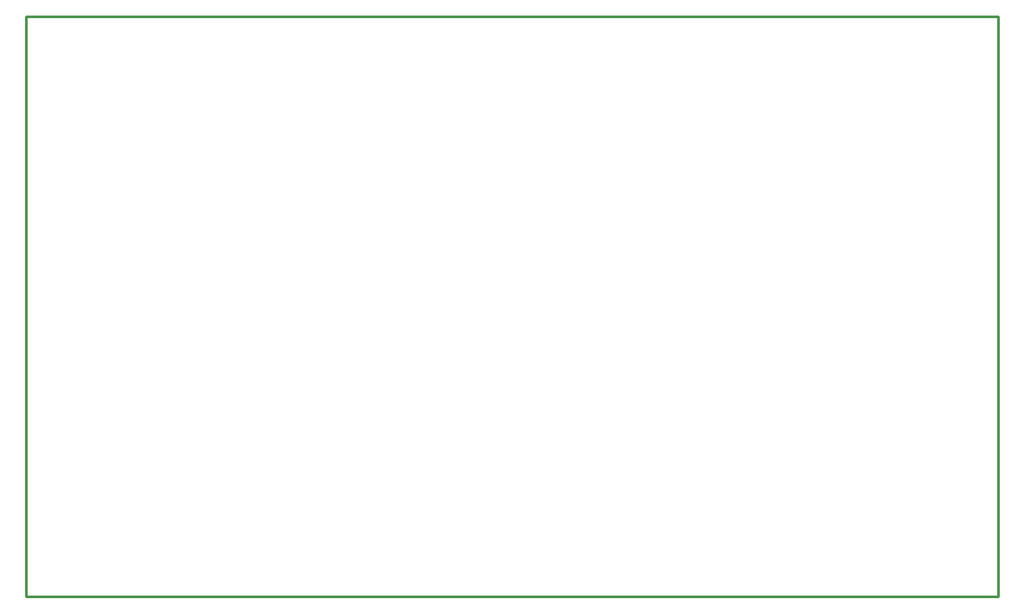
<source format=gbr>
G04 EAGLE Gerber RS-274X export*
G75*
%MOMM*%
%FSLAX34Y34*%
%LPD*%
%IN*%
%IPPOS*%
%AMOC8*
5,1,8,0,0,1.08239X$1,22.5*%
G01*
G04 Define Apertures*
%ADD10C,0.254000*%
D10*
X101600Y330200D02*
X1053900Y330200D01*
X1053900Y898400D01*
X101600Y898400D01*
X101600Y330200D01*
M02*

</source>
